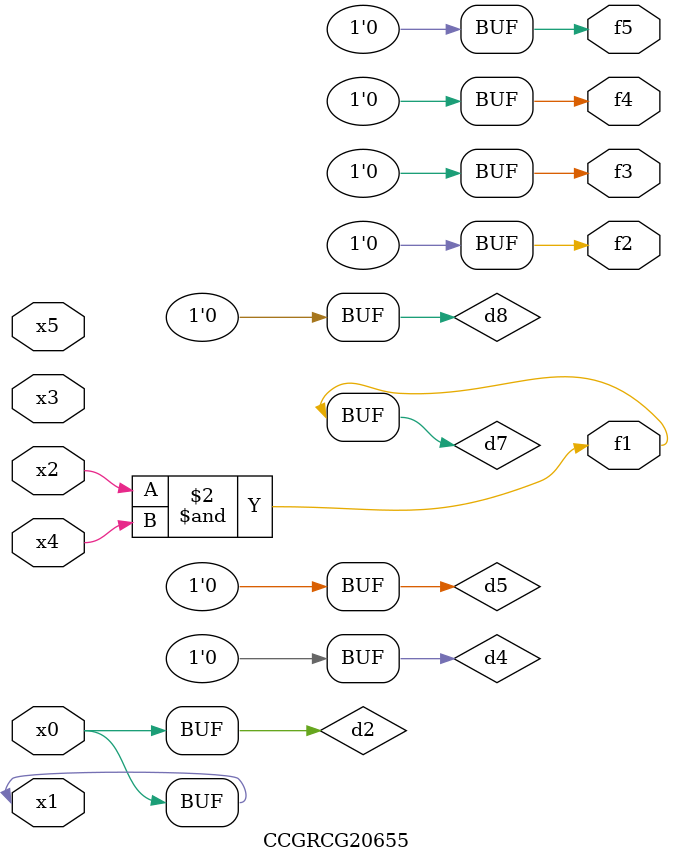
<source format=v>
module CCGRCG20655(
	input x0, x1, x2, x3, x4, x5,
	output f1, f2, f3, f4, f5
);

	wire d1, d2, d3, d4, d5, d6, d7, d8, d9;

	nand (d1, x1);
	buf (d2, x0, x1);
	nand (d3, x2, x4);
	and (d4, d1, d2);
	and (d5, d1, d2);
	nand (d6, d1, d3);
	not (d7, d3);
	xor (d8, d5);
	nor (d9, d5, d6);
	assign f1 = d7;
	assign f2 = d8;
	assign f3 = d8;
	assign f4 = d8;
	assign f5 = d8;
endmodule

</source>
